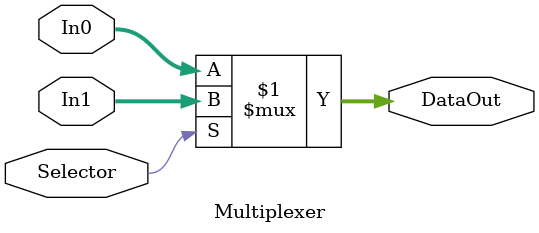
<source format=v>
`timescale 1ns / 1ps


module Multiplexer (
    input  wire [3:0] In0,
    input  wire [3:0] In1,
    input  wire       Selector,
    output wire [3:0] DataOut
);

// Add code here //
assign DataOut = (Selector) ? In1 : In0;
// End of code //

// cocotb dump waveforms
`ifdef COCOTB_SIM
initial begin
    $dumpfile("waveform.vcd");  // Name of the dump file
    $dumpvars(0, Multiplexer);  // Dump all variables for the top module
end
`endif
endmodule

</source>
